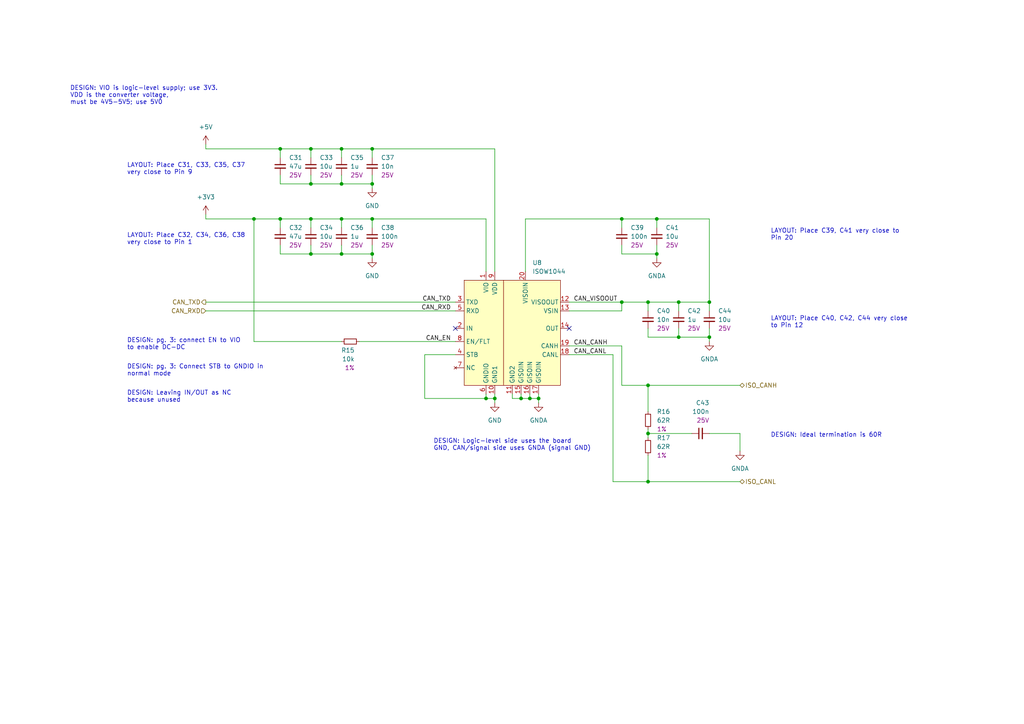
<source format=kicad_sch>
(kicad_sch (version 20211123) (generator eeschema)
  (paper "A4")
  (title_block (title "Car Logger") (date "2024-02-18") (rev "v1") (company "Johnny Cao"))
  (lib_symbols
    (symbol "Device:C_Small" (pin_numbers hide) (pin_names (offset 0.254) hide)
      (property "Reference" "C" (at 0.254 1.778 0))
      (property "Value" "C_Small" (at 0.254 -2.032 0))
      (symbol "C_Small_0_1"
        (polyline (pts (xy -1.524 -0.508) (xy 1.524 -0.508)) (stroke (width 0.3302)))
        (polyline (pts (xy -1.524 0.508) (xy 1.524 0.508)) (stroke (width 0.3048)))
      )
      (symbol "C_Small_1_1"
        (pin passive line (at 0 2.54 270) (length 2.032) (name "~") (number "1"))
        (pin passive line (at 0 -2.54 90) (length 2.032) (name "~") (number "2"))
      )
    )
    (symbol "Device:R_Small" (pin_numbers hide) (pin_names (offset 0.254) hide)
      (property "Reference" "R" (at 0.762 0.508 0))
      (property "Value" "R_Small" (at 0.762 -1.016 0))
      (symbol "R_Small_0_1"
        (rectangle (start -0.762 1.778) (end 0.762 -1.778) (stroke (width 0.2032)))
      )
      (symbol "R_Small_1_1"
        (pin passive line (at 0 2.54 270) (length 0.762) (name "~") (number "1"))
        (pin passive line (at 0 -2.54 90) (length 0.762) (name "~") (number "2"))
      )
    )
    (symbol "car-logger-lib:ISOW1044"
      (property "Reference" "U" (at 0 29.21 0))
      (property "Value" "ISOW1044" (at 0 26.67 0))
      (symbol "ISOW1044_0_0"
        (pin power_in line (at -5.08 10.16 270) (length 2.54) (name "VIO") (number "1"))
        (pin power_in line (at -2.54 -25.4 90) (length 2.54) (name "GND1") (number "10"))
        (pin power_in line (at 2.54 -25.4 90) (length 2.54) (name "GND2") (number "11"))
        (pin power_out line (at 19.05 1.27 180) (length 2.54) (name "VISOOUT") (number "12"))
        (pin power_in line (at 19.05 -1.27 180) (length 2.54) (name "VSIN") (number "13"))
        (pin output line (at 19.05 -6.35 180) (length 2.54) (name "OUT") (number "14"))
        (pin power_in line (at 5.08 -25.4 90) (length 2.54) (name "GISOIN") (number "15"))
        (pin power_in line (at 7.62 -25.4 90) (length 2.54) (name "GISOIN") (number "16"))
        (pin power_in line (at 10.16 -25.4 90) (length 2.54) (name "GISOIN") (number "17"))
        (pin bidirectional line (at 19.05 -13.97 180) (length 2.54) (name "CANL") (number "18"))
        (pin bidirectional line (at 19.05 -11.43 180) (length 2.54) (name "CANH") (number "19"))
        (pin input line (at -13.97 -6.35 0) (length 2.54) (name "IN") (number "2"))
        (pin power_in line (at 6.35 10.16 270) (length 2.54) (name "VISOIN") (number "20"))
        (pin output line (at -13.97 1.27 0) (length 2.54) (name "TXD") (number "3"))
        (pin input line (at -13.97 -13.97 0) (length 2.54) (name "STB") (number "4"))
        (pin input line (at -13.97 -1.27 0) (length 2.54) (name "RXD") (number "5"))
        (pin power_in line (at -5.08 -25.4 90) (length 2.54) (name "GNDIO") (number "6"))
        (pin no_connect line (at -13.97 -17.78 0) (length 2.54) (name "NC") (number "7"))
        (pin input line (at -13.97 -10.16 0) (length 2.54) (name "EN/FLT") (number "8"))
        (pin power_in line (at -2.54 10.16 270) (length 2.54) (name "VDD") (number "9"))
      )
      (symbol "ISOW1044_0_1"
        (rectangle (start -11.43 7.62) (end 16.51 -22.86) (fill (type background)))
        (polyline (pts (xy 0 7.62) (xy 0 -22.86)))
      )
    )
    (symbol "power:+3V3" (power) (pin_names (offset 0))
      (property "Value" "+3V3" (at 0 3.556 0))
      (symbol "+3V3_0_1"
        (polyline (pts (xy -0.762 1.27) (xy 0 2.54)))
        (polyline (pts (xy 0 0) (xy 0 2.54)))
        (polyline (pts (xy 0 2.54) (xy 0.762 1.27)))
      )
      (symbol "+3V3_1_1"
        (pin power_in line (at 0 0 90) (length 0) hide (name "+3V3") (number "1"))
      )
    )
    (symbol "power:+5V" (power) (pin_names (offset 0))
      (property "Value" "+5V" (at 0 3.556 0))
      (symbol "+5V_0_1"
        (polyline (pts (xy -0.762 1.27) (xy 0 2.54)))
        (polyline (pts (xy 0 0) (xy 0 2.54)))
        (polyline (pts (xy 0 2.54) (xy 0.762 1.27)))
      )
      (symbol "+5V_1_1"
        (pin power_in line (at 0 0 90) (length 0) hide (name "+5V") (number "1"))
      )
    )
    (symbol "power:GND" (power) (pin_names (offset 0))
      (property "Value" "GND" (at 0 -3.81 0))
      (symbol "GND_0_1"
        (polyline (pts (xy 0 0) (xy 0 -1.27) (xy 1.27 -1.27) (xy 0 -2.54) (xy -1.27 -1.27) (xy 0 -1.27)))
      )
      (symbol "GND_1_1"
        (pin power_in line (at 0 0 270) (length 0) hide (name "GND") (number "1"))
      )
    )
    (symbol "power:GNDA" (power) (pin_names (offset 0))
      (property "Value" "GNDA" (at 0 -3.81 0))
      (symbol "GNDA_0_1"
        (polyline (pts (xy 0 0) (xy 0 -1.27) (xy 1.27 -1.27) (xy 0 -2.54) (xy -1.27 -1.27) (xy 0 -1.27)))
      )
      (symbol "GNDA_1_1"
        (pin power_in line (at 0 0 270) (length 0) hide (name "GNDA") (number "1"))
      )
    )
  )
  (junction (at 99.06 63.5))
  (junction (at 107.95 73.66))
  (junction (at 140.97 115.57))
  (junction (at 107.95 53.34))
  (junction (at 187.96 125.73))
  (junction (at 156.21 115.57))
  (junction (at 205.74 97.79))
  (junction (at 190.5 73.66))
  (junction (at 143.51 115.57))
  (junction (at 73.66 63.5))
  (junction (at 90.17 63.5))
  (junction (at 180.34 63.5))
  (junction (at 187.96 87.63))
  (junction (at 151.13 115.57))
  (junction (at 99.06 73.66))
  (junction (at 81.28 63.5))
  (junction (at 90.17 73.66))
  (junction (at 90.17 43.18))
  (junction (at 190.5 63.5))
  (junction (at 99.06 53.34))
  (junction (at 187.96 111.76))
  (junction (at 90.17 53.34))
  (junction (at 153.67 115.57))
  (junction (at 107.95 63.5))
  (junction (at 81.28 43.18))
  (junction (at 187.96 139.7))
  (junction (at 107.95 43.18))
  (junction (at 196.85 87.63))
  (junction (at 196.85 97.79))
  (junction (at 205.74 87.63))
  (junction (at 180.34 87.63))
  (junction (at 99.06 43.18))
  (no_connect (at 132.08 95.25))
  (no_connect (at 165.1 95.25))
  (wire (pts (xy 99.06 50.8) (xy 99.06 53.34)))
  (wire (pts (xy 180.34 71.12) (xy 180.34 73.66)))
  (wire (pts (xy 81.28 71.12) (xy 81.28 73.66)))
  (wire (pts (xy 90.17 53.34) (xy 99.06 53.34)))
  (wire (pts (xy 148.59 114.3) (xy 148.59 115.57)))
  (wire (pts (xy 81.28 53.34) (xy 90.17 53.34)))
  (wire (pts (xy 81.28 73.66) (xy 90.17 73.66)))
  (wire (pts (xy 153.67 114.3) (xy 153.67 115.57)))
  (wire (pts (xy 59.69 90.17) (xy 132.08 90.17)))
  (wire (pts (xy 180.34 111.76) (xy 180.34 100.33)))
  (wire (pts (xy 187.96 139.7) (xy 214.63 139.7)))
  (wire (pts (xy 152.4 63.5) (xy 180.34 63.5)))
  (wire (pts (xy 104.14 99.06) (xy 132.08 99.06)))
  (wire (pts (xy 132.08 102.87) (xy 123.19 102.87)))
  (wire (pts (xy 205.74 125.73) (xy 214.63 125.73)))
  (wire (pts (xy 190.5 73.66) (xy 190.5 74.93)))
  (wire (pts (xy 59.69 41.91) (xy 59.69 43.18)))
  (wire (pts (xy 180.34 111.76) (xy 187.96 111.76)))
  (wire (pts (xy 90.17 73.66) (xy 99.06 73.66)))
  (wire (pts (xy 205.74 87.63) (xy 205.74 90.17)))
  (wire (pts (xy 165.1 102.87) (xy 177.8 102.87)))
  (wire (pts (xy 143.51 115.57) (xy 143.51 114.3)))
  (wire (pts (xy 107.95 63.5) (xy 99.06 63.5)))
  (wire (pts (xy 99.06 53.34) (xy 107.95 53.34)))
  (wire (pts (xy 187.96 95.25) (xy 187.96 97.79)))
  (wire (pts (xy 180.34 90.17) (xy 180.34 87.63)))
  (wire (pts (xy 153.67 115.57) (xy 156.21 115.57)))
  (wire (pts (xy 99.06 71.12) (xy 99.06 73.66)))
  (wire (pts (xy 156.21 115.57) (xy 156.21 114.3)))
  (wire (pts (xy 59.69 62.23) (xy 59.69 63.5)))
  (wire (pts (xy 187.96 97.79) (xy 196.85 97.79)))
  (wire (pts (xy 190.5 63.5) (xy 205.74 63.5)))
  (wire (pts (xy 99.06 43.18) (xy 99.06 45.72)))
  (wire (pts (xy 187.96 132.08) (xy 187.96 139.7)))
  (wire (pts (xy 180.34 100.33) (xy 165.1 100.33)))
  (wire (pts (xy 90.17 43.18) (xy 90.17 45.72)))
  (wire (pts (xy 180.34 73.66) (xy 190.5 73.66)))
  (wire (pts (xy 90.17 50.8) (xy 90.17 53.34)))
  (wire (pts (xy 205.74 97.79) (xy 205.74 99.06)))
  (wire (pts (xy 180.34 87.63) (xy 187.96 87.63)))
  (wire (pts (xy 73.66 99.06) (xy 99.06 99.06)))
  (wire (pts (xy 107.95 53.34) (xy 107.95 54.61)))
  (wire (pts (xy 140.97 63.5) (xy 107.95 63.5)))
  (wire (pts (xy 151.13 115.57) (xy 153.67 115.57)))
  (wire (pts (xy 180.34 63.5) (xy 180.34 66.04)))
  (wire (pts (xy 196.85 87.63) (xy 196.85 90.17)))
  (wire (pts (xy 99.06 73.66) (xy 107.95 73.66)))
  (wire (pts (xy 107.95 43.18) (xy 107.95 45.72)))
  (wire (pts (xy 140.97 115.57) (xy 143.51 115.57)))
  (wire (pts (xy 73.66 63.5) (xy 59.69 63.5)))
  (wire (pts (xy 123.19 115.57) (xy 140.97 115.57)))
  (wire (pts (xy 187.96 87.63) (xy 187.96 90.17)))
  (wire (pts (xy 81.28 43.18) (xy 59.69 43.18)))
  (wire (pts (xy 81.28 63.5) (xy 81.28 66.04)))
  (wire (pts (xy 187.96 111.76) (xy 214.63 111.76)))
  (wire (pts (xy 187.96 87.63) (xy 196.85 87.63)))
  (wire (pts (xy 90.17 43.18) (xy 81.28 43.18)))
  (wire (pts (xy 187.96 124.46) (xy 187.96 125.73)))
  (wire (pts (xy 187.96 111.76) (xy 187.96 119.38)))
  (wire (pts (xy 107.95 71.12) (xy 107.95 73.66)))
  (wire (pts (xy 90.17 71.12) (xy 90.17 73.66)))
  (wire (pts (xy 187.96 125.73) (xy 187.96 127)))
  (wire (pts (xy 177.8 139.7) (xy 187.96 139.7)))
  (wire (pts (xy 81.28 63.5) (xy 73.66 63.5)))
  (wire (pts (xy 140.97 114.3) (xy 140.97 115.57)))
  (wire (pts (xy 132.08 87.63) (xy 59.69 87.63)))
  (wire (pts (xy 152.4 78.74) (xy 152.4 63.5)))
  (wire (pts (xy 107.95 63.5) (xy 107.95 66.04)))
  (wire (pts (xy 107.95 50.8) (xy 107.95 53.34)))
  (wire (pts (xy 123.19 102.87) (xy 123.19 115.57)))
  (wire (pts (xy 99.06 63.5) (xy 90.17 63.5)))
  (wire (pts (xy 148.59 115.57) (xy 151.13 115.57)))
  (wire (pts (xy 143.51 43.18) (xy 107.95 43.18)))
  (wire (pts (xy 214.63 125.73) (xy 214.63 130.81)))
  (wire (pts (xy 143.51 115.57) (xy 143.51 116.84)))
  (wire (pts (xy 81.28 43.18) (xy 81.28 45.72)))
  (wire (pts (xy 190.5 71.12) (xy 190.5 73.66)))
  (wire (pts (xy 196.85 95.25) (xy 196.85 97.79)))
  (wire (pts (xy 165.1 90.17) (xy 180.34 90.17)))
  (wire (pts (xy 73.66 63.5) (xy 73.66 99.06)))
  (wire (pts (xy 156.21 115.57) (xy 156.21 116.84)))
  (wire (pts (xy 99.06 43.18) (xy 90.17 43.18)))
  (wire (pts (xy 99.06 63.5) (xy 99.06 66.04)))
  (wire (pts (xy 107.95 43.18) (xy 99.06 43.18)))
  (wire (pts (xy 196.85 97.79) (xy 205.74 97.79)))
  (wire (pts (xy 190.5 63.5) (xy 180.34 63.5)))
  (wire (pts (xy 81.28 50.8) (xy 81.28 53.34)))
  (wire (pts (xy 205.74 87.63) (xy 196.85 87.63)))
  (wire (pts (xy 140.97 78.74) (xy 140.97 63.5)))
  (wire (pts (xy 90.17 63.5) (xy 90.17 66.04)))
  (wire (pts (xy 177.8 102.87) (xy 177.8 139.7)))
  (wire (pts (xy 90.17 63.5) (xy 81.28 63.5)))
  (wire (pts (xy 107.95 73.66) (xy 107.95 74.93)))
  (wire (pts (xy 165.1 87.63) (xy 180.34 87.63)))
  (wire (pts (xy 205.74 95.25) (xy 205.74 97.79)))
  (wire (pts (xy 190.5 63.5) (xy 190.5 66.04)))
  (wire (pts (xy 143.51 78.74) (xy 143.51 43.18)))
  (wire (pts (xy 187.96 125.73) (xy 200.66 125.73)))
  (wire (pts (xy 151.13 114.3) (xy 151.13 115.57)))
  (wire (pts (xy 205.74 87.63) (xy 205.74 63.5)))
  (text "DESIGN: Leaving IN/OUT as NC\nbecause unused" (at 36.83 116.84 0) (effects (font (size 1.27 1.27)) (justify left bottom)))
  (text "LAYOUT: Place C39, C41 very close to\nPin 20" (at 223.52 69.85 0) (effects (font (size 1.27 1.27)) (justify left bottom)))
  (text "DESIGN: pg. 3: connect EN to VIO\nto enable DC-DC" (at 36.83 101.6 0) (effects (font (size 1.27 1.27)) (justify left bottom)))
  (text "DESIGN: VIO is logic-level supply; use 3V3.\nVDD is the converter voltage,\nmust be 4V5-5V5; use 5V0" (at 20.32 30.48 0) (effects (font (size 1.27 1.27)) (justify left bottom)))
  (text "LAYOUT: Place C40, C42, C44 very close\nto Pin 12" (at 223.52 95.25 0) (effects (font (size 1.27 1.27)) (justify left bottom)))
  (text "DESIGN: Logic-level side uses the board\nGND, CAN/signal side uses GNDA (signal GND)" (at 125.73 130.81 0) (effects (font (size 1.27 1.27)) (justify left bottom)))
  (text "LAYOUT: Place C31, C33, C35, C37\nvery close to Pin 9" (at 36.83 50.8 0) (effects (font (size 1.27 1.27)) (justify left bottom)))
  (text "LAYOUT: Place C32, C34, C36, C38\nvery close to Pin 1" (at 36.83 71.12 0) (effects (font (size 1.27 1.27)) (justify left bottom)))
  (text "DESIGN: Ideal termination is 60R" (at 223.52 127 0) (effects (font (size 1.27 1.27)) (justify left bottom)))
  (text "DESIGN: pg. 3: Connect STB to GNDIO in\nnormal mode" (at 36.83 109.22 0) (effects (font (size 1.27 1.27)) (justify left bottom)))
  (label "CAN_RXD" (at 130.81 90.17 180))
  (label "CAN_VISOOUT" (at 166.37 87.63 0))
  (label "CAN_TXD" (at 130.81 87.63 180))
  (label "CAN_EN" (at 130.81 99.06 180))
  (label "CAN_CANH" (at 166.37 100.33 0))
  (label "CAN_CANL" (at 166.37 102.87 0))
  (hierarchical_label "ISO_CANL" (shape bidirectional) (at 214.63 139.7 0))
  (hierarchical_label "CAN_RXD" (shape input) (at 59.69 90.17 180))
  (hierarchical_label "CAN_TXD" (shape output) (at 59.69 87.63 180))
  (hierarchical_label "ISO_CANH" (shape bidirectional) (at 214.63 111.76 0))
  (symbol (lib_id "power:+3V3") (at 59.69 62.23 0) (unit 1)
    (property "Reference" "#PWR012" (effects hide))
    (property "Value" "+3V3" (at 59.69 57.15 0))
  )
  (symbol (lib_id "power:+5V") (at 59.69 41.91 0) (unit 1)
    (property "Reference" "#PWR011" (effects hide))
    (property "Value" "+5V" (at 59.69 36.83 0))
  )
  (symbol (lib_id "power:GNDA") (at 205.74 99.06 0) (unit 1)
    (property "Reference" "#PWR017" (effects hide))
    (property "Value" "GNDA" (at 205.74 104.14 0))
  )
  (symbol (lib_id "Device:C_Small") (at 196.85 92.71 0) (unit 1)
    (property "Reference" "C42" (at 199.39 90.17 0) (effects (justify left)))
    (property "Value" "1u" (at 199.39 92.71 0) (effects (justify left)))
    (property "Footprint" "Capacitor_SMD:C_0603_1608Metric" (effects hide))
    (property "Rating" "25V" (at 199.39 95.2438 0) (effects (justify left)))
  )
  (symbol (lib_id "power:GND") (at 107.95 54.61 0) (unit 1)
    (property "Reference" "#PWR013" (effects hide))
    (property "Value" "GND" (at 107.95 59.69 0))
  )
  (symbol (lib_id "Device:C_Small") (at 187.96 92.71 0) (unit 1)
    (property "Reference" "C40" (at 190.5 90.17 0) (effects (justify left)))
    (property "Value" "10n" (at 190.5 92.71 0) (effects (justify left)))
    (property "Footprint" "Capacitor_SMD:C_0603_1608Metric" (effects hide))
    (property "Rating" "25V" (at 190.5 95.2438 0) (effects (justify left)))
  )
  (symbol (lib_id "Device:R_Small") (at 187.96 129.54 0) (unit 1)
    (property "Reference" "R17" (at 190.5 127.0001 0) (effects (justify left)))
    (property "Value" "62R" (at 190.5 129.54 0) (effects (justify left)))
    (property "Footprint" "Resistor_SMD:R_0603_1608Metric" (effects hide))
    (property "Tolerance" "1%" (at 190.5 132.0801 0) (effects (justify left)))
  )
  (symbol (lib_id "Device:C_Small") (at 90.17 48.26 0) (unit 1)
    (property "Reference" "C33" (at 92.71 45.72 0) (effects (justify left)))
    (property "Value" "10u" (at 92.71 48.26 0) (effects (justify left)))
    (property "Footprint" "Capacitor_SMD:C_0603_1608Metric" (effects hide))
    (property "Rating" "25V" (at 92.71 50.7938 0) (effects (justify left)))
  )
  (symbol (lib_id "Device:C_Small") (at 107.95 48.26 0) (unit 1)
    (property "Reference" "C37" (at 110.49 45.72 0) (effects (justify left)))
    (property "Value" "10n" (at 110.49 48.26 0) (effects (justify left)))
    (property "Footprint" "Capacitor_SMD:C_0603_1608Metric" (effects hide))
    (property "Rating" "25V" (at 110.49 50.7938 0) (effects (justify left)))
  )
  (symbol (lib_id "power:GNDA") (at 156.21 116.84 0) (unit 1)
    (property "Reference" "#PWR0144" (effects hide))
    (property "Value" "GNDA" (at 156.21 121.92 0))
  )
  (symbol (lib_id "car-logger-lib:ISOW1044") (at 146.05 88.9 0) (unit 1)
    (property "Reference" "U8" (at 154.4194 76.2 0) (effects (justify left)))
    (property "Value" "ISOW1044" (at 154.4194 78.74 0) (effects (justify left)))
    (property "Footprint" "Package_SO:SOIC-20W_7.5x12.8mm_P1.27mm" (effects hide))
    (property "Datasheet" "https://www.ti.com/lit/gpn/isow1044" (effects hide))
  )
  (symbol (lib_id "Device:C_Small") (at 99.06 48.26 0) (unit 1)
    (property "Reference" "C35" (at 101.6 45.72 0) (effects (justify left)))
    (property "Value" "1u" (at 101.6 48.26 0) (effects (justify left)))
    (property "Footprint" "Capacitor_SMD:C_0603_1608Metric" (effects hide))
    (property "Rating" "25V" (at 101.6 50.7938 0) (effects (justify left)))
  )
  (symbol (lib_id "Device:C_Small") (at 203.2 125.73 90) (unit 1)
    (property "Reference" "C43" (at 205.74 116.8462 90) (effects (justify left)))
    (property "Value" "100n" (at 205.74 119.38 90) (effects (justify left)))
    (property "Footprint" "Capacitor_SMD:C_0603_1608Metric" (effects hide))
    (property "Rating" "25V" (at 205.74 121.92 90) (effects (justify left)))
  )
  (symbol (lib_id "Device:C_Small") (at 90.17 68.58 0) (unit 1)
    (property "Reference" "C34" (at 92.71 66.04 0) (effects (justify left)))
    (property "Value" "10u" (at 92.71 68.58 0) (effects (justify left)))
    (property "Footprint" "Capacitor_SMD:C_0603_1608Metric" (effects hide))
    (property "Rating" "25V" (at 92.71 71.1138 0) (effects (justify left)))
  )
  (symbol (lib_id "power:GNDA") (at 214.63 130.81 0) (unit 1)
    (property "Reference" "#PWR018" (effects hide))
    (property "Value" "GNDA" (at 214.63 135.89 0))
  )
  (symbol (lib_id "Device:C_Small") (at 99.06 68.58 0) (unit 1)
    (property "Reference" "C36" (at 101.6 66.04 0) (effects (justify left)))
    (property "Value" "1u" (at 101.6 68.58 0) (effects (justify left)))
    (property "Footprint" "Capacitor_SMD:C_0603_1608Metric" (effects hide))
    (property "Rating" "25V" (at 101.6 71.1138 0) (effects (justify left)))
  )
  (symbol (lib_id "power:GNDA") (at 190.5 74.93 0) (unit 1)
    (property "Reference" "#PWR016" (effects hide))
    (property "Value" "GNDA" (at 190.5 80.01 0))
  )
  (symbol (lib_id "power:GND") (at 143.51 116.84 0) (unit 1)
    (property "Reference" "#PWR015" (effects hide))
    (property "Value" "GND" (at 143.51 121.92 0))
  )
  (symbol (lib_id "Device:C_Small") (at 107.95 68.58 0) (unit 1)
    (property "Reference" "C38" (at 110.49 66.04 0) (effects (justify left)))
    (property "Value" "100n" (at 110.49 68.58 0) (effects (justify left)))
    (property "Footprint" "Capacitor_SMD:C_0603_1608Metric" (effects hide))
    (property "Rating" "25V" (at 110.49 71.1138 0) (effects (justify left)))
  )
  (symbol (lib_id "Device:C_Small") (at 190.5 68.58 0) (unit 1)
    (property "Reference" "C41" (at 193.04 66.04 0) (effects (justify left)))
    (property "Value" "10u" (at 193.04 68.58 0) (effects (justify left)))
    (property "Footprint" "Capacitor_SMD:C_0603_1608Metric" (effects hide))
    (property "Rating" "25V" (at 193.04 71.1138 0) (effects (justify left)))
  )
  (symbol (lib_id "Device:C_Small") (at 205.74 92.71 0) (unit 1)
    (property "Reference" "C44" (at 208.28 90.17 0) (effects (justify left)))
    (property "Value" "10u" (at 208.28 92.71 0) (effects (justify left)))
    (property "Footprint" "Capacitor_SMD:C_0603_1608Metric" (effects hide))
    (property "Rating" "25V" (at 208.28 95.2438 0) (effects (justify left)))
  )
  (symbol (lib_id "Device:R_Small") (at 187.96 121.92 0) (unit 1)
    (property "Reference" "R16" (at 190.5 119.3801 0) (effects (justify left)))
    (property "Value" "62R" (at 190.5 121.92 0) (effects (justify left)))
    (property "Footprint" "Resistor_SMD:R_0603_1608Metric" (effects hide))
    (property "Tolerance" "1%" (at 190.5 124.4601 0) (effects (justify left)))
  )
  (symbol (lib_id "Device:C_Small") (at 81.28 48.26 0) (unit 1)
    (property "Reference" "C31" (at 83.82 45.72 0) (effects (justify left)))
    (property "Value" "47u" (at 83.82 48.26 0) (effects (justify left)))
    (property "Footprint" "Capacitor_SMD:C_1206_3216Metric" (effects hide))
    (property "Rating" "25V" (at 83.82 50.7938 0) (effects (justify left)))
  )
  (symbol (lib_id "Device:C_Small") (at 81.28 68.58 0) (unit 1)
    (property "Reference" "C32" (at 83.82 66.04 0) (effects (justify left)))
    (property "Value" "47u" (at 83.82 68.58 0) (effects (justify left)))
    (property "Footprint" "Capacitor_SMD:C_1206_3216Metric" (effects hide))
    (property "Rating" "25V" (at 83.82 71.1138 0) (effects (justify left)))
  )
  (symbol (lib_id "Device:C_Small") (at 180.34 68.58 0) (unit 1)
    (property "Reference" "C39" (at 182.88 66.04 0) (effects (justify left)))
    (property "Value" "100n" (at 182.88 68.58 0) (effects (justify left)))
    (property "Footprint" "Capacitor_SMD:C_0603_1608Metric" (effects hide))
    (property "Rating" "25V" (at 182.88 71.1138 0) (effects (justify left)))
  )
  (symbol (lib_id "power:GND") (at 107.95 74.93 0) (unit 1)
    (property "Reference" "#PWR014" (effects hide))
    (property "Value" "GND" (at 107.95 80.01 0))
  )
  (symbol (lib_id "Device:R_Small") (at 101.6 99.06 90) (unit 1)
    (property "Reference" "R15" (at 102.87 101.6001 90) (effects (justify left)))
    (property "Value" "10k" (at 102.87 104.14 90) (effects (justify left)))
    (property "Footprint" "Resistor_SMD:R_0603_1608Metric" (effects hide))
    (property "Tolerance" "1%" (at 102.87 106.6801 90) (effects (justify left)))
  )
)
</source>
